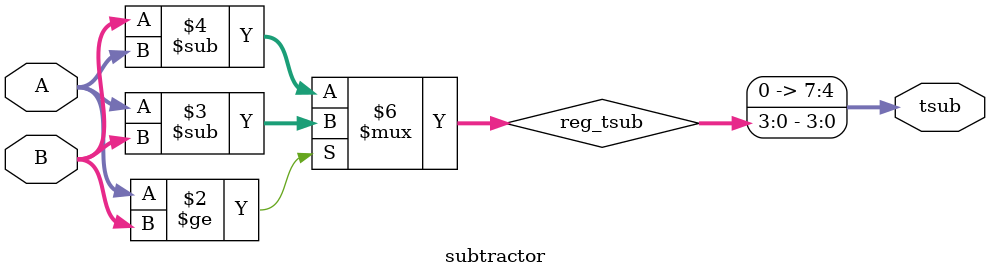
<source format=v>
`timescale 1ns / 1ps


module subtractor(
  input  [3:0] A,
  input  [3:0] B,
  output [7:0] tsub

);

reg [3:0] reg_tsub;

  always @(*) begin
    if (A >= B) begin
      reg_tsub = A - B;
   
    end else 
      reg_tsub = B - A;  
        
  end
  assign tsub = {4'b0000 , reg_tsub};
endmodule

</source>
